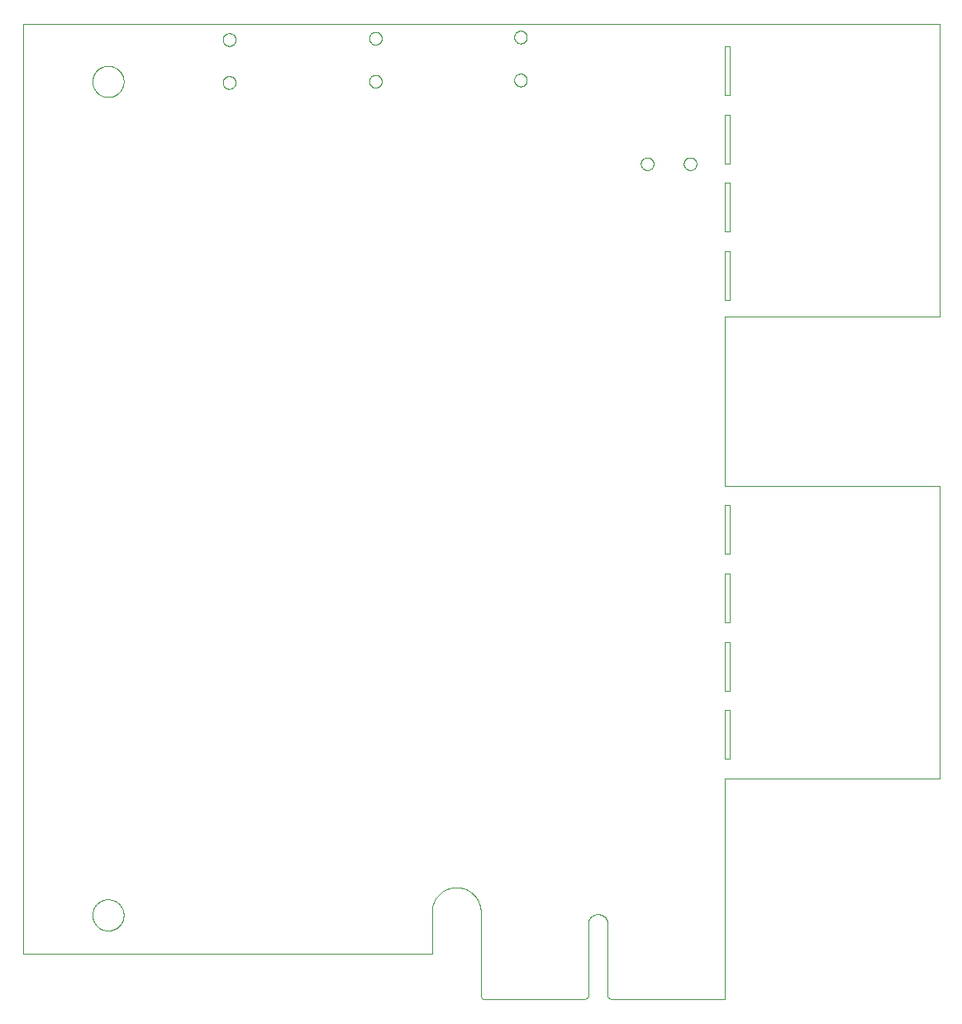
<source format=gbp>
G04 EAGLE Gerber RS-274X export*
G75*
%MOMM*%
%FSLAX34Y34*%
%LPD*%
%INSolder paste bottom*%
%IPPOS*%
%AMOC8*
5,1,8,0,0,1.08239X$1,22.5*%
G01*
%ADD10C,0.000000*%
%ADD11C,0.000003*%


D10*
X-317900Y87150D02*
X-317895Y87543D01*
X-317881Y87935D01*
X-317857Y88327D01*
X-317823Y88718D01*
X-317780Y89109D01*
X-317727Y89498D01*
X-317664Y89885D01*
X-317593Y90271D01*
X-317511Y90656D01*
X-317421Y91038D01*
X-317320Y91417D01*
X-317211Y91795D01*
X-317092Y92169D01*
X-316965Y92540D01*
X-316828Y92908D01*
X-316682Y93273D01*
X-316527Y93634D01*
X-316364Y93991D01*
X-316192Y94344D01*
X-316011Y94692D01*
X-315821Y95036D01*
X-315624Y95376D01*
X-315418Y95710D01*
X-315204Y96039D01*
X-314981Y96363D01*
X-314751Y96681D01*
X-314514Y96994D01*
X-314268Y97300D01*
X-314015Y97601D01*
X-313755Y97895D01*
X-313488Y98183D01*
X-313214Y98464D01*
X-312933Y98738D01*
X-312645Y99005D01*
X-312351Y99265D01*
X-312050Y99518D01*
X-311744Y99764D01*
X-311431Y100001D01*
X-311113Y100231D01*
X-310789Y100454D01*
X-310460Y100668D01*
X-310126Y100874D01*
X-309786Y101071D01*
X-309442Y101261D01*
X-309094Y101442D01*
X-308741Y101614D01*
X-308384Y101777D01*
X-308023Y101932D01*
X-307658Y102078D01*
X-307290Y102215D01*
X-306919Y102342D01*
X-306545Y102461D01*
X-306167Y102570D01*
X-305788Y102671D01*
X-305406Y102761D01*
X-305021Y102843D01*
X-304635Y102914D01*
X-304248Y102977D01*
X-303859Y103030D01*
X-303468Y103073D01*
X-303077Y103107D01*
X-302685Y103131D01*
X-302293Y103145D01*
X-301900Y103150D01*
X-301507Y103145D01*
X-301115Y103131D01*
X-300723Y103107D01*
X-300332Y103073D01*
X-299941Y103030D01*
X-299552Y102977D01*
X-299165Y102914D01*
X-298779Y102843D01*
X-298394Y102761D01*
X-298012Y102671D01*
X-297633Y102570D01*
X-297255Y102461D01*
X-296881Y102342D01*
X-296510Y102215D01*
X-296142Y102078D01*
X-295777Y101932D01*
X-295416Y101777D01*
X-295059Y101614D01*
X-294706Y101442D01*
X-294358Y101261D01*
X-294014Y101071D01*
X-293674Y100874D01*
X-293340Y100668D01*
X-293011Y100454D01*
X-292687Y100231D01*
X-292369Y100001D01*
X-292056Y99764D01*
X-291750Y99518D01*
X-291449Y99265D01*
X-291155Y99005D01*
X-290867Y98738D01*
X-290586Y98464D01*
X-290312Y98183D01*
X-290045Y97895D01*
X-289785Y97601D01*
X-289532Y97300D01*
X-289286Y96994D01*
X-289049Y96681D01*
X-288819Y96363D01*
X-288596Y96039D01*
X-288382Y95710D01*
X-288176Y95376D01*
X-287979Y95036D01*
X-287789Y94692D01*
X-287608Y94344D01*
X-287436Y93991D01*
X-287273Y93634D01*
X-287118Y93273D01*
X-286972Y92908D01*
X-286835Y92540D01*
X-286708Y92169D01*
X-286589Y91795D01*
X-286480Y91417D01*
X-286379Y91038D01*
X-286289Y90656D01*
X-286207Y90271D01*
X-286136Y89885D01*
X-286073Y89498D01*
X-286020Y89109D01*
X-285977Y88718D01*
X-285943Y88327D01*
X-285919Y87935D01*
X-285905Y87543D01*
X-285900Y87150D01*
X-285905Y86757D01*
X-285919Y86365D01*
X-285943Y85973D01*
X-285977Y85582D01*
X-286020Y85191D01*
X-286073Y84802D01*
X-286136Y84415D01*
X-286207Y84029D01*
X-286289Y83644D01*
X-286379Y83262D01*
X-286480Y82883D01*
X-286589Y82505D01*
X-286708Y82131D01*
X-286835Y81760D01*
X-286972Y81392D01*
X-287118Y81027D01*
X-287273Y80666D01*
X-287436Y80309D01*
X-287608Y79956D01*
X-287789Y79608D01*
X-287979Y79264D01*
X-288176Y78924D01*
X-288382Y78590D01*
X-288596Y78261D01*
X-288819Y77937D01*
X-289049Y77619D01*
X-289286Y77306D01*
X-289532Y77000D01*
X-289785Y76699D01*
X-290045Y76405D01*
X-290312Y76117D01*
X-290586Y75836D01*
X-290867Y75562D01*
X-291155Y75295D01*
X-291449Y75035D01*
X-291750Y74782D01*
X-292056Y74536D01*
X-292369Y74299D01*
X-292687Y74069D01*
X-293011Y73846D01*
X-293340Y73632D01*
X-293674Y73426D01*
X-294014Y73229D01*
X-294358Y73039D01*
X-294706Y72858D01*
X-295059Y72686D01*
X-295416Y72523D01*
X-295777Y72368D01*
X-296142Y72222D01*
X-296510Y72085D01*
X-296881Y71958D01*
X-297255Y71839D01*
X-297633Y71730D01*
X-298012Y71629D01*
X-298394Y71539D01*
X-298779Y71457D01*
X-299165Y71386D01*
X-299552Y71323D01*
X-299941Y71270D01*
X-300332Y71227D01*
X-300723Y71193D01*
X-301115Y71169D01*
X-301507Y71155D01*
X-301900Y71150D01*
X-302293Y71155D01*
X-302685Y71169D01*
X-303077Y71193D01*
X-303468Y71227D01*
X-303859Y71270D01*
X-304248Y71323D01*
X-304635Y71386D01*
X-305021Y71457D01*
X-305406Y71539D01*
X-305788Y71629D01*
X-306167Y71730D01*
X-306545Y71839D01*
X-306919Y71958D01*
X-307290Y72085D01*
X-307658Y72222D01*
X-308023Y72368D01*
X-308384Y72523D01*
X-308741Y72686D01*
X-309094Y72858D01*
X-309442Y73039D01*
X-309786Y73229D01*
X-310126Y73426D01*
X-310460Y73632D01*
X-310789Y73846D01*
X-311113Y74069D01*
X-311431Y74299D01*
X-311744Y74536D01*
X-312050Y74782D01*
X-312351Y75035D01*
X-312645Y75295D01*
X-312933Y75562D01*
X-313214Y75836D01*
X-313488Y76117D01*
X-313755Y76405D01*
X-314015Y76699D01*
X-314268Y77000D01*
X-314514Y77306D01*
X-314751Y77619D01*
X-314981Y77937D01*
X-315204Y78261D01*
X-315418Y78590D01*
X-315624Y78924D01*
X-315821Y79264D01*
X-316011Y79608D01*
X-316192Y79956D01*
X-316364Y80309D01*
X-316527Y80666D01*
X-316682Y81027D01*
X-316828Y81392D01*
X-316965Y81760D01*
X-317092Y82131D01*
X-317211Y82505D01*
X-317320Y82883D01*
X-317421Y83262D01*
X-317511Y83644D01*
X-317593Y84029D01*
X-317664Y84415D01*
X-317727Y84802D01*
X-317780Y85191D01*
X-317823Y85582D01*
X-317857Y85973D01*
X-317881Y86365D01*
X-317895Y86757D01*
X-317900Y87150D01*
X-317900Y941050D02*
X-317895Y941443D01*
X-317881Y941835D01*
X-317857Y942227D01*
X-317823Y942618D01*
X-317780Y943009D01*
X-317727Y943398D01*
X-317664Y943785D01*
X-317593Y944171D01*
X-317511Y944556D01*
X-317421Y944938D01*
X-317320Y945317D01*
X-317211Y945695D01*
X-317092Y946069D01*
X-316965Y946440D01*
X-316828Y946808D01*
X-316682Y947173D01*
X-316527Y947534D01*
X-316364Y947891D01*
X-316192Y948244D01*
X-316011Y948592D01*
X-315821Y948936D01*
X-315624Y949276D01*
X-315418Y949610D01*
X-315204Y949939D01*
X-314981Y950263D01*
X-314751Y950581D01*
X-314514Y950894D01*
X-314268Y951200D01*
X-314015Y951501D01*
X-313755Y951795D01*
X-313488Y952083D01*
X-313214Y952364D01*
X-312933Y952638D01*
X-312645Y952905D01*
X-312351Y953165D01*
X-312050Y953418D01*
X-311744Y953664D01*
X-311431Y953901D01*
X-311113Y954131D01*
X-310789Y954354D01*
X-310460Y954568D01*
X-310126Y954774D01*
X-309786Y954971D01*
X-309442Y955161D01*
X-309094Y955342D01*
X-308741Y955514D01*
X-308384Y955677D01*
X-308023Y955832D01*
X-307658Y955978D01*
X-307290Y956115D01*
X-306919Y956242D01*
X-306545Y956361D01*
X-306167Y956470D01*
X-305788Y956571D01*
X-305406Y956661D01*
X-305021Y956743D01*
X-304635Y956814D01*
X-304248Y956877D01*
X-303859Y956930D01*
X-303468Y956973D01*
X-303077Y957007D01*
X-302685Y957031D01*
X-302293Y957045D01*
X-301900Y957050D01*
X-301507Y957045D01*
X-301115Y957031D01*
X-300723Y957007D01*
X-300332Y956973D01*
X-299941Y956930D01*
X-299552Y956877D01*
X-299165Y956814D01*
X-298779Y956743D01*
X-298394Y956661D01*
X-298012Y956571D01*
X-297633Y956470D01*
X-297255Y956361D01*
X-296881Y956242D01*
X-296510Y956115D01*
X-296142Y955978D01*
X-295777Y955832D01*
X-295416Y955677D01*
X-295059Y955514D01*
X-294706Y955342D01*
X-294358Y955161D01*
X-294014Y954971D01*
X-293674Y954774D01*
X-293340Y954568D01*
X-293011Y954354D01*
X-292687Y954131D01*
X-292369Y953901D01*
X-292056Y953664D01*
X-291750Y953418D01*
X-291449Y953165D01*
X-291155Y952905D01*
X-290867Y952638D01*
X-290586Y952364D01*
X-290312Y952083D01*
X-290045Y951795D01*
X-289785Y951501D01*
X-289532Y951200D01*
X-289286Y950894D01*
X-289049Y950581D01*
X-288819Y950263D01*
X-288596Y949939D01*
X-288382Y949610D01*
X-288176Y949276D01*
X-287979Y948936D01*
X-287789Y948592D01*
X-287608Y948244D01*
X-287436Y947891D01*
X-287273Y947534D01*
X-287118Y947173D01*
X-286972Y946808D01*
X-286835Y946440D01*
X-286708Y946069D01*
X-286589Y945695D01*
X-286480Y945317D01*
X-286379Y944938D01*
X-286289Y944556D01*
X-286207Y944171D01*
X-286136Y943785D01*
X-286073Y943398D01*
X-286020Y943009D01*
X-285977Y942618D01*
X-285943Y942227D01*
X-285919Y941835D01*
X-285905Y941443D01*
X-285900Y941050D01*
X-285905Y940657D01*
X-285919Y940265D01*
X-285943Y939873D01*
X-285977Y939482D01*
X-286020Y939091D01*
X-286073Y938702D01*
X-286136Y938315D01*
X-286207Y937929D01*
X-286289Y937544D01*
X-286379Y937162D01*
X-286480Y936783D01*
X-286589Y936405D01*
X-286708Y936031D01*
X-286835Y935660D01*
X-286972Y935292D01*
X-287118Y934927D01*
X-287273Y934566D01*
X-287436Y934209D01*
X-287608Y933856D01*
X-287789Y933508D01*
X-287979Y933164D01*
X-288176Y932824D01*
X-288382Y932490D01*
X-288596Y932161D01*
X-288819Y931837D01*
X-289049Y931519D01*
X-289286Y931206D01*
X-289532Y930900D01*
X-289785Y930599D01*
X-290045Y930305D01*
X-290312Y930017D01*
X-290586Y929736D01*
X-290867Y929462D01*
X-291155Y929195D01*
X-291449Y928935D01*
X-291750Y928682D01*
X-292056Y928436D01*
X-292369Y928199D01*
X-292687Y927969D01*
X-293011Y927746D01*
X-293340Y927532D01*
X-293674Y927326D01*
X-294014Y927129D01*
X-294358Y926939D01*
X-294706Y926758D01*
X-295059Y926586D01*
X-295416Y926423D01*
X-295777Y926268D01*
X-296142Y926122D01*
X-296510Y925985D01*
X-296881Y925858D01*
X-297255Y925739D01*
X-297633Y925630D01*
X-298012Y925529D01*
X-298394Y925439D01*
X-298779Y925357D01*
X-299165Y925286D01*
X-299552Y925223D01*
X-299941Y925170D01*
X-300332Y925127D01*
X-300723Y925093D01*
X-301115Y925069D01*
X-301507Y925055D01*
X-301900Y925050D01*
X-302293Y925055D01*
X-302685Y925069D01*
X-303077Y925093D01*
X-303468Y925127D01*
X-303859Y925170D01*
X-304248Y925223D01*
X-304635Y925286D01*
X-305021Y925357D01*
X-305406Y925439D01*
X-305788Y925529D01*
X-306167Y925630D01*
X-306545Y925739D01*
X-306919Y925858D01*
X-307290Y925985D01*
X-307658Y926122D01*
X-308023Y926268D01*
X-308384Y926423D01*
X-308741Y926586D01*
X-309094Y926758D01*
X-309442Y926939D01*
X-309786Y927129D01*
X-310126Y927326D01*
X-310460Y927532D01*
X-310789Y927746D01*
X-311113Y927969D01*
X-311431Y928199D01*
X-311744Y928436D01*
X-312050Y928682D01*
X-312351Y928935D01*
X-312645Y929195D01*
X-312933Y929462D01*
X-313214Y929736D01*
X-313488Y930017D01*
X-313755Y930305D01*
X-314015Y930599D01*
X-314268Y930900D01*
X-314514Y931206D01*
X-314751Y931519D01*
X-314981Y931837D01*
X-315204Y932161D01*
X-315418Y932490D01*
X-315624Y932824D01*
X-315821Y933164D01*
X-316011Y933508D01*
X-316192Y933856D01*
X-316364Y934209D01*
X-316527Y934566D01*
X-316682Y934927D01*
X-316828Y935292D01*
X-316965Y935660D01*
X-317092Y936031D01*
X-317211Y936405D01*
X-317320Y936783D01*
X-317421Y937162D01*
X-317511Y937544D01*
X-317593Y937929D01*
X-317664Y938315D01*
X-317727Y938702D01*
X-317780Y939091D01*
X-317823Y939482D01*
X-317857Y939873D01*
X-317881Y940265D01*
X-317895Y940657D01*
X-317900Y941050D01*
D11*
X79900Y90500D02*
X79900Y3500D01*
X81900Y500D01*
X186900Y500D01*
X209900Y3500D02*
X209900Y78000D01*
X189900Y3500D02*
X186900Y500D01*
X209900Y3500D02*
X212900Y500D01*
X330000Y500D01*
X209900Y78000D02*
X209897Y78244D01*
X209888Y78487D01*
X209873Y78730D01*
X209853Y78973D01*
X209826Y79215D01*
X209793Y79456D01*
X209755Y79696D01*
X209711Y79936D01*
X209661Y80174D01*
X209605Y80411D01*
X209543Y80647D01*
X209476Y80881D01*
X209403Y81113D01*
X209324Y81344D01*
X209240Y81572D01*
X209150Y81799D01*
X209055Y82023D01*
X208954Y82245D01*
X208848Y82464D01*
X208737Y82680D01*
X208620Y82894D01*
X208499Y83105D01*
X208372Y83313D01*
X208240Y83518D01*
X208103Y83719D01*
X207961Y83917D01*
X207815Y84112D01*
X207664Y84303D01*
X207508Y84490D01*
X207348Y84673D01*
X207183Y84853D01*
X207014Y85028D01*
X206841Y85199D01*
X206663Y85366D01*
X206482Y85528D01*
X206297Y85686D01*
X206108Y85840D01*
X205915Y85989D01*
X205719Y86133D01*
X205519Y86272D01*
X205316Y86407D01*
X205109Y86536D01*
X204900Y86660D01*
X204688Y86779D01*
X204472Y86893D01*
X204255Y87002D01*
X204034Y87105D01*
X203811Y87203D01*
X203586Y87296D01*
X203358Y87383D01*
X203129Y87464D01*
X202897Y87540D01*
X202664Y87610D01*
X202429Y87675D01*
X202193Y87734D01*
X201955Y87787D01*
X201716Y87834D01*
X201476Y87875D01*
X201235Y87910D01*
X200994Y87940D01*
X200751Y87964D01*
X200508Y87981D01*
X200265Y87993D01*
X200022Y87999D01*
X199778Y87999D01*
X199535Y87993D01*
X199292Y87981D01*
X199049Y87964D01*
X198806Y87940D01*
X198565Y87910D01*
X198324Y87875D01*
X198084Y87834D01*
X197845Y87787D01*
X197607Y87734D01*
X197371Y87675D01*
X197136Y87610D01*
X196903Y87540D01*
X196671Y87464D01*
X196442Y87383D01*
X196214Y87296D01*
X195989Y87203D01*
X195766Y87105D01*
X195545Y87002D01*
X195328Y86893D01*
X195112Y86779D01*
X194900Y86660D01*
X194691Y86536D01*
X194484Y86407D01*
X194281Y86272D01*
X194081Y86133D01*
X193885Y85989D01*
X193692Y85840D01*
X193503Y85686D01*
X193318Y85528D01*
X193137Y85366D01*
X192959Y85199D01*
X192786Y85028D01*
X192617Y84853D01*
X192452Y84673D01*
X192292Y84490D01*
X192136Y84303D01*
X191985Y84112D01*
X191839Y83917D01*
X191697Y83719D01*
X191560Y83518D01*
X191428Y83313D01*
X191301Y83105D01*
X191180Y82894D01*
X191063Y82680D01*
X190952Y82464D01*
X190846Y82245D01*
X190745Y82023D01*
X190650Y81799D01*
X190560Y81572D01*
X190476Y81344D01*
X190397Y81113D01*
X190324Y80881D01*
X190257Y80647D01*
X190195Y80411D01*
X190139Y80174D01*
X190089Y79936D01*
X190045Y79696D01*
X190007Y79456D01*
X189974Y79215D01*
X189947Y78973D01*
X189927Y78730D01*
X189912Y78487D01*
X189903Y78244D01*
X189900Y78000D01*
X54900Y115500D02*
X54296Y115493D01*
X53692Y115471D01*
X53089Y115434D01*
X52487Y115383D01*
X51887Y115318D01*
X51288Y115238D01*
X50691Y115143D01*
X50097Y115034D01*
X49505Y114911D01*
X48917Y114774D01*
X48332Y114622D01*
X47751Y114456D01*
X47175Y114276D01*
X46602Y114083D01*
X46035Y113875D01*
X45473Y113654D01*
X44916Y113420D01*
X44365Y113172D01*
X43820Y112911D01*
X43282Y112636D01*
X42750Y112349D01*
X42226Y112049D01*
X41709Y111737D01*
X41200Y111412D01*
X40698Y111075D01*
X40205Y110725D01*
X39721Y110364D01*
X39245Y109992D01*
X38779Y109608D01*
X38322Y109213D01*
X37875Y108807D01*
X37437Y108390D01*
X37010Y107963D01*
X36593Y107525D01*
X36187Y107078D01*
X35792Y106621D01*
X35408Y106155D01*
X35036Y105679D01*
X34675Y105195D01*
X34325Y104702D01*
X33988Y104200D01*
X33663Y103691D01*
X33351Y103174D01*
X33051Y102650D01*
X32764Y102118D01*
X32489Y101580D01*
X32228Y101035D01*
X31980Y100484D01*
X31746Y99927D01*
X31525Y99365D01*
X31317Y98798D01*
X31124Y98225D01*
X30944Y97649D01*
X30778Y97068D01*
X30626Y96483D01*
X30489Y95895D01*
X30366Y95303D01*
X30257Y94709D01*
X30162Y94112D01*
X30082Y93513D01*
X30017Y92913D01*
X29966Y92311D01*
X29929Y91708D01*
X29907Y91104D01*
X29900Y90500D01*
X54900Y115500D02*
X55504Y115493D01*
X56108Y115471D01*
X56711Y115434D01*
X57313Y115383D01*
X57913Y115318D01*
X58512Y115238D01*
X59109Y115143D01*
X59703Y115034D01*
X60295Y114911D01*
X60883Y114774D01*
X61468Y114622D01*
X62049Y114456D01*
X62625Y114276D01*
X63198Y114083D01*
X63765Y113875D01*
X64327Y113654D01*
X64884Y113420D01*
X65435Y113172D01*
X65980Y112911D01*
X66518Y112636D01*
X67050Y112349D01*
X67574Y112049D01*
X68091Y111737D01*
X68600Y111412D01*
X69102Y111075D01*
X69595Y110725D01*
X70079Y110364D01*
X70555Y109992D01*
X71021Y109608D01*
X71478Y109213D01*
X71925Y108807D01*
X72363Y108390D01*
X72790Y107963D01*
X73207Y107525D01*
X73613Y107078D01*
X74008Y106621D01*
X74392Y106155D01*
X74764Y105679D01*
X75125Y105195D01*
X75475Y104702D01*
X75812Y104200D01*
X76137Y103691D01*
X76449Y103174D01*
X76749Y102650D01*
X77036Y102118D01*
X77311Y101580D01*
X77572Y101035D01*
X77820Y100484D01*
X78054Y99927D01*
X78275Y99365D01*
X78483Y98798D01*
X78676Y98225D01*
X78856Y97649D01*
X79022Y97068D01*
X79174Y96483D01*
X79311Y95895D01*
X79434Y95303D01*
X79543Y94709D01*
X79638Y94112D01*
X79718Y93513D01*
X79783Y92913D01*
X79834Y92311D01*
X79871Y91708D01*
X79893Y91104D01*
X79900Y90500D01*
X29900Y90500D02*
X29900Y47500D01*
X-389090Y47500D02*
X-389090Y1000030D01*
X330000Y1000030D01*
X189900Y78000D02*
X189900Y3500D01*
X-389090Y47498D02*
X-389090Y47500D01*
X29900Y47500D01*
D10*
X330000Y700000D02*
X550000Y700000D01*
X550000Y1000030D01*
X330000Y1000030D01*
X330000Y227050D02*
X550000Y227050D01*
X550000Y527050D01*
X330000Y527050D01*
X330000Y227050D02*
X330000Y500D01*
X330000Y527050D02*
X330000Y700000D01*
X335000Y297050D02*
X335000Y247050D01*
X330000Y247050D01*
X330000Y297050D02*
X335000Y297050D01*
X330000Y297050D02*
X330000Y247050D01*
X335000Y317050D02*
X335000Y367050D01*
X335000Y317050D02*
X330000Y317050D01*
X330000Y367050D02*
X335000Y367050D01*
X330000Y367050D02*
X330000Y317050D01*
X335000Y387050D02*
X335000Y437050D01*
X335000Y387050D02*
X330000Y387050D01*
X330000Y437050D02*
X335000Y437050D01*
X330000Y437050D02*
X330000Y387050D01*
X335000Y457050D02*
X335000Y507050D01*
X335000Y457050D02*
X330000Y457050D01*
X330000Y507050D02*
X335000Y507050D01*
X330000Y507050D02*
X330000Y457050D01*
X335000Y717050D02*
X335000Y767050D01*
X335000Y717050D02*
X330000Y717050D01*
X330000Y767050D02*
X335000Y767050D01*
X330000Y767050D02*
X330000Y717050D01*
X335000Y787050D02*
X335000Y837050D01*
X335000Y787050D02*
X330000Y787050D01*
X330000Y837050D02*
X335000Y837050D01*
X330000Y837050D02*
X330000Y787050D01*
X335000Y857050D02*
X335000Y907050D01*
X335000Y857050D02*
X330000Y857050D01*
X330000Y907050D02*
X335000Y907050D01*
X330000Y907050D02*
X330000Y857050D01*
X335000Y927050D02*
X335000Y977050D01*
X335000Y927050D02*
X330000Y927050D01*
X330000Y977050D02*
X335000Y977050D01*
X330000Y977050D02*
X330000Y927050D01*
X-184300Y983940D02*
X-184298Y984101D01*
X-184292Y984261D01*
X-184282Y984422D01*
X-184268Y984582D01*
X-184250Y984742D01*
X-184229Y984901D01*
X-184203Y985060D01*
X-184173Y985218D01*
X-184140Y985375D01*
X-184102Y985532D01*
X-184061Y985687D01*
X-184016Y985841D01*
X-183967Y985994D01*
X-183914Y986146D01*
X-183858Y986297D01*
X-183797Y986446D01*
X-183734Y986594D01*
X-183666Y986740D01*
X-183595Y986884D01*
X-183521Y987026D01*
X-183443Y987167D01*
X-183361Y987305D01*
X-183276Y987442D01*
X-183188Y987576D01*
X-183096Y987708D01*
X-183001Y987838D01*
X-182903Y987966D01*
X-182802Y988091D01*
X-182698Y988213D01*
X-182591Y988333D01*
X-182481Y988450D01*
X-182368Y988565D01*
X-182252Y988676D01*
X-182133Y988785D01*
X-182012Y988890D01*
X-181888Y988993D01*
X-181762Y989093D01*
X-181634Y989189D01*
X-181503Y989282D01*
X-181369Y989372D01*
X-181234Y989459D01*
X-181096Y989542D01*
X-180957Y989622D01*
X-180815Y989698D01*
X-180672Y989771D01*
X-180527Y989840D01*
X-180380Y989906D01*
X-180232Y989968D01*
X-180082Y990026D01*
X-179931Y990081D01*
X-179778Y990132D01*
X-179624Y990179D01*
X-179469Y990222D01*
X-179313Y990261D01*
X-179157Y990297D01*
X-178999Y990328D01*
X-178841Y990356D01*
X-178682Y990380D01*
X-178522Y990400D01*
X-178362Y990416D01*
X-178202Y990428D01*
X-178041Y990436D01*
X-177880Y990440D01*
X-177720Y990440D01*
X-177559Y990436D01*
X-177398Y990428D01*
X-177238Y990416D01*
X-177078Y990400D01*
X-176918Y990380D01*
X-176759Y990356D01*
X-176601Y990328D01*
X-176443Y990297D01*
X-176287Y990261D01*
X-176131Y990222D01*
X-175976Y990179D01*
X-175822Y990132D01*
X-175669Y990081D01*
X-175518Y990026D01*
X-175368Y989968D01*
X-175220Y989906D01*
X-175073Y989840D01*
X-174928Y989771D01*
X-174785Y989698D01*
X-174643Y989622D01*
X-174504Y989542D01*
X-174366Y989459D01*
X-174231Y989372D01*
X-174097Y989282D01*
X-173966Y989189D01*
X-173838Y989093D01*
X-173712Y988993D01*
X-173588Y988890D01*
X-173467Y988785D01*
X-173348Y988676D01*
X-173232Y988565D01*
X-173119Y988450D01*
X-173009Y988333D01*
X-172902Y988213D01*
X-172798Y988091D01*
X-172697Y987966D01*
X-172599Y987838D01*
X-172504Y987708D01*
X-172412Y987576D01*
X-172324Y987442D01*
X-172239Y987305D01*
X-172157Y987167D01*
X-172079Y987026D01*
X-172005Y986884D01*
X-171934Y986740D01*
X-171866Y986594D01*
X-171803Y986446D01*
X-171742Y986297D01*
X-171686Y986146D01*
X-171633Y985994D01*
X-171584Y985841D01*
X-171539Y985687D01*
X-171498Y985532D01*
X-171460Y985375D01*
X-171427Y985218D01*
X-171397Y985060D01*
X-171371Y984901D01*
X-171350Y984742D01*
X-171332Y984582D01*
X-171318Y984422D01*
X-171308Y984261D01*
X-171302Y984101D01*
X-171300Y983940D01*
X-171302Y983779D01*
X-171308Y983619D01*
X-171318Y983458D01*
X-171332Y983298D01*
X-171350Y983138D01*
X-171371Y982979D01*
X-171397Y982820D01*
X-171427Y982662D01*
X-171460Y982505D01*
X-171498Y982348D01*
X-171539Y982193D01*
X-171584Y982039D01*
X-171633Y981886D01*
X-171686Y981734D01*
X-171742Y981583D01*
X-171803Y981434D01*
X-171866Y981286D01*
X-171934Y981140D01*
X-172005Y980996D01*
X-172079Y980854D01*
X-172157Y980713D01*
X-172239Y980575D01*
X-172324Y980438D01*
X-172412Y980304D01*
X-172504Y980172D01*
X-172599Y980042D01*
X-172697Y979914D01*
X-172798Y979789D01*
X-172902Y979667D01*
X-173009Y979547D01*
X-173119Y979430D01*
X-173232Y979315D01*
X-173348Y979204D01*
X-173467Y979095D01*
X-173588Y978990D01*
X-173712Y978887D01*
X-173838Y978787D01*
X-173966Y978691D01*
X-174097Y978598D01*
X-174231Y978508D01*
X-174366Y978421D01*
X-174504Y978338D01*
X-174643Y978258D01*
X-174785Y978182D01*
X-174928Y978109D01*
X-175073Y978040D01*
X-175220Y977974D01*
X-175368Y977912D01*
X-175518Y977854D01*
X-175669Y977799D01*
X-175822Y977748D01*
X-175976Y977701D01*
X-176131Y977658D01*
X-176287Y977619D01*
X-176443Y977583D01*
X-176601Y977552D01*
X-176759Y977524D01*
X-176918Y977500D01*
X-177078Y977480D01*
X-177238Y977464D01*
X-177398Y977452D01*
X-177559Y977444D01*
X-177720Y977440D01*
X-177880Y977440D01*
X-178041Y977444D01*
X-178202Y977452D01*
X-178362Y977464D01*
X-178522Y977480D01*
X-178682Y977500D01*
X-178841Y977524D01*
X-178999Y977552D01*
X-179157Y977583D01*
X-179313Y977619D01*
X-179469Y977658D01*
X-179624Y977701D01*
X-179778Y977748D01*
X-179931Y977799D01*
X-180082Y977854D01*
X-180232Y977912D01*
X-180380Y977974D01*
X-180527Y978040D01*
X-180672Y978109D01*
X-180815Y978182D01*
X-180957Y978258D01*
X-181096Y978338D01*
X-181234Y978421D01*
X-181369Y978508D01*
X-181503Y978598D01*
X-181634Y978691D01*
X-181762Y978787D01*
X-181888Y978887D01*
X-182012Y978990D01*
X-182133Y979095D01*
X-182252Y979204D01*
X-182368Y979315D01*
X-182481Y979430D01*
X-182591Y979547D01*
X-182698Y979667D01*
X-182802Y979789D01*
X-182903Y979914D01*
X-183001Y980042D01*
X-183096Y980172D01*
X-183188Y980304D01*
X-183276Y980438D01*
X-183361Y980575D01*
X-183443Y980713D01*
X-183521Y980854D01*
X-183595Y980996D01*
X-183666Y981140D01*
X-183734Y981286D01*
X-183797Y981434D01*
X-183858Y981583D01*
X-183914Y981734D01*
X-183967Y981886D01*
X-184016Y982039D01*
X-184061Y982193D01*
X-184102Y982348D01*
X-184140Y982505D01*
X-184173Y982662D01*
X-184203Y982820D01*
X-184229Y982979D01*
X-184250Y983138D01*
X-184268Y983298D01*
X-184282Y983458D01*
X-184292Y983619D01*
X-184298Y983779D01*
X-184300Y983940D01*
X-184300Y939940D02*
X-184298Y940101D01*
X-184292Y940261D01*
X-184282Y940422D01*
X-184268Y940582D01*
X-184250Y940742D01*
X-184229Y940901D01*
X-184203Y941060D01*
X-184173Y941218D01*
X-184140Y941375D01*
X-184102Y941532D01*
X-184061Y941687D01*
X-184016Y941841D01*
X-183967Y941994D01*
X-183914Y942146D01*
X-183858Y942297D01*
X-183797Y942446D01*
X-183734Y942594D01*
X-183666Y942740D01*
X-183595Y942884D01*
X-183521Y943026D01*
X-183443Y943167D01*
X-183361Y943305D01*
X-183276Y943442D01*
X-183188Y943576D01*
X-183096Y943708D01*
X-183001Y943838D01*
X-182903Y943966D01*
X-182802Y944091D01*
X-182698Y944213D01*
X-182591Y944333D01*
X-182481Y944450D01*
X-182368Y944565D01*
X-182252Y944676D01*
X-182133Y944785D01*
X-182012Y944890D01*
X-181888Y944993D01*
X-181762Y945093D01*
X-181634Y945189D01*
X-181503Y945282D01*
X-181369Y945372D01*
X-181234Y945459D01*
X-181096Y945542D01*
X-180957Y945622D01*
X-180815Y945698D01*
X-180672Y945771D01*
X-180527Y945840D01*
X-180380Y945906D01*
X-180232Y945968D01*
X-180082Y946026D01*
X-179931Y946081D01*
X-179778Y946132D01*
X-179624Y946179D01*
X-179469Y946222D01*
X-179313Y946261D01*
X-179157Y946297D01*
X-178999Y946328D01*
X-178841Y946356D01*
X-178682Y946380D01*
X-178522Y946400D01*
X-178362Y946416D01*
X-178202Y946428D01*
X-178041Y946436D01*
X-177880Y946440D01*
X-177720Y946440D01*
X-177559Y946436D01*
X-177398Y946428D01*
X-177238Y946416D01*
X-177078Y946400D01*
X-176918Y946380D01*
X-176759Y946356D01*
X-176601Y946328D01*
X-176443Y946297D01*
X-176287Y946261D01*
X-176131Y946222D01*
X-175976Y946179D01*
X-175822Y946132D01*
X-175669Y946081D01*
X-175518Y946026D01*
X-175368Y945968D01*
X-175220Y945906D01*
X-175073Y945840D01*
X-174928Y945771D01*
X-174785Y945698D01*
X-174643Y945622D01*
X-174504Y945542D01*
X-174366Y945459D01*
X-174231Y945372D01*
X-174097Y945282D01*
X-173966Y945189D01*
X-173838Y945093D01*
X-173712Y944993D01*
X-173588Y944890D01*
X-173467Y944785D01*
X-173348Y944676D01*
X-173232Y944565D01*
X-173119Y944450D01*
X-173009Y944333D01*
X-172902Y944213D01*
X-172798Y944091D01*
X-172697Y943966D01*
X-172599Y943838D01*
X-172504Y943708D01*
X-172412Y943576D01*
X-172324Y943442D01*
X-172239Y943305D01*
X-172157Y943167D01*
X-172079Y943026D01*
X-172005Y942884D01*
X-171934Y942740D01*
X-171866Y942594D01*
X-171803Y942446D01*
X-171742Y942297D01*
X-171686Y942146D01*
X-171633Y941994D01*
X-171584Y941841D01*
X-171539Y941687D01*
X-171498Y941532D01*
X-171460Y941375D01*
X-171427Y941218D01*
X-171397Y941060D01*
X-171371Y940901D01*
X-171350Y940742D01*
X-171332Y940582D01*
X-171318Y940422D01*
X-171308Y940261D01*
X-171302Y940101D01*
X-171300Y939940D01*
X-171302Y939779D01*
X-171308Y939619D01*
X-171318Y939458D01*
X-171332Y939298D01*
X-171350Y939138D01*
X-171371Y938979D01*
X-171397Y938820D01*
X-171427Y938662D01*
X-171460Y938505D01*
X-171498Y938348D01*
X-171539Y938193D01*
X-171584Y938039D01*
X-171633Y937886D01*
X-171686Y937734D01*
X-171742Y937583D01*
X-171803Y937434D01*
X-171866Y937286D01*
X-171934Y937140D01*
X-172005Y936996D01*
X-172079Y936854D01*
X-172157Y936713D01*
X-172239Y936575D01*
X-172324Y936438D01*
X-172412Y936304D01*
X-172504Y936172D01*
X-172599Y936042D01*
X-172697Y935914D01*
X-172798Y935789D01*
X-172902Y935667D01*
X-173009Y935547D01*
X-173119Y935430D01*
X-173232Y935315D01*
X-173348Y935204D01*
X-173467Y935095D01*
X-173588Y934990D01*
X-173712Y934887D01*
X-173838Y934787D01*
X-173966Y934691D01*
X-174097Y934598D01*
X-174231Y934508D01*
X-174366Y934421D01*
X-174504Y934338D01*
X-174643Y934258D01*
X-174785Y934182D01*
X-174928Y934109D01*
X-175073Y934040D01*
X-175220Y933974D01*
X-175368Y933912D01*
X-175518Y933854D01*
X-175669Y933799D01*
X-175822Y933748D01*
X-175976Y933701D01*
X-176131Y933658D01*
X-176287Y933619D01*
X-176443Y933583D01*
X-176601Y933552D01*
X-176759Y933524D01*
X-176918Y933500D01*
X-177078Y933480D01*
X-177238Y933464D01*
X-177398Y933452D01*
X-177559Y933444D01*
X-177720Y933440D01*
X-177880Y933440D01*
X-178041Y933444D01*
X-178202Y933452D01*
X-178362Y933464D01*
X-178522Y933480D01*
X-178682Y933500D01*
X-178841Y933524D01*
X-178999Y933552D01*
X-179157Y933583D01*
X-179313Y933619D01*
X-179469Y933658D01*
X-179624Y933701D01*
X-179778Y933748D01*
X-179931Y933799D01*
X-180082Y933854D01*
X-180232Y933912D01*
X-180380Y933974D01*
X-180527Y934040D01*
X-180672Y934109D01*
X-180815Y934182D01*
X-180957Y934258D01*
X-181096Y934338D01*
X-181234Y934421D01*
X-181369Y934508D01*
X-181503Y934598D01*
X-181634Y934691D01*
X-181762Y934787D01*
X-181888Y934887D01*
X-182012Y934990D01*
X-182133Y935095D01*
X-182252Y935204D01*
X-182368Y935315D01*
X-182481Y935430D01*
X-182591Y935547D01*
X-182698Y935667D01*
X-182802Y935789D01*
X-182903Y935914D01*
X-183001Y936042D01*
X-183096Y936172D01*
X-183188Y936304D01*
X-183276Y936438D01*
X-183361Y936575D01*
X-183443Y936713D01*
X-183521Y936854D01*
X-183595Y936996D01*
X-183666Y937140D01*
X-183734Y937286D01*
X-183797Y937434D01*
X-183858Y937583D01*
X-183914Y937734D01*
X-183967Y937886D01*
X-184016Y938039D01*
X-184061Y938193D01*
X-184102Y938348D01*
X-184140Y938505D01*
X-184173Y938662D01*
X-184203Y938820D01*
X-184229Y938979D01*
X-184250Y939138D01*
X-184268Y939298D01*
X-184282Y939458D01*
X-184292Y939619D01*
X-184298Y939779D01*
X-184300Y939940D01*
X-34440Y985210D02*
X-34438Y985371D01*
X-34432Y985531D01*
X-34422Y985692D01*
X-34408Y985852D01*
X-34390Y986012D01*
X-34369Y986171D01*
X-34343Y986330D01*
X-34313Y986488D01*
X-34280Y986645D01*
X-34242Y986802D01*
X-34201Y986957D01*
X-34156Y987111D01*
X-34107Y987264D01*
X-34054Y987416D01*
X-33998Y987567D01*
X-33937Y987716D01*
X-33874Y987864D01*
X-33806Y988010D01*
X-33735Y988154D01*
X-33661Y988296D01*
X-33583Y988437D01*
X-33501Y988575D01*
X-33416Y988712D01*
X-33328Y988846D01*
X-33236Y988978D01*
X-33141Y989108D01*
X-33043Y989236D01*
X-32942Y989361D01*
X-32838Y989483D01*
X-32731Y989603D01*
X-32621Y989720D01*
X-32508Y989835D01*
X-32392Y989946D01*
X-32273Y990055D01*
X-32152Y990160D01*
X-32028Y990263D01*
X-31902Y990363D01*
X-31774Y990459D01*
X-31643Y990552D01*
X-31509Y990642D01*
X-31374Y990729D01*
X-31236Y990812D01*
X-31097Y990892D01*
X-30955Y990968D01*
X-30812Y991041D01*
X-30667Y991110D01*
X-30520Y991176D01*
X-30372Y991238D01*
X-30222Y991296D01*
X-30071Y991351D01*
X-29918Y991402D01*
X-29764Y991449D01*
X-29609Y991492D01*
X-29453Y991531D01*
X-29297Y991567D01*
X-29139Y991598D01*
X-28981Y991626D01*
X-28822Y991650D01*
X-28662Y991670D01*
X-28502Y991686D01*
X-28342Y991698D01*
X-28181Y991706D01*
X-28020Y991710D01*
X-27860Y991710D01*
X-27699Y991706D01*
X-27538Y991698D01*
X-27378Y991686D01*
X-27218Y991670D01*
X-27058Y991650D01*
X-26899Y991626D01*
X-26741Y991598D01*
X-26583Y991567D01*
X-26427Y991531D01*
X-26271Y991492D01*
X-26116Y991449D01*
X-25962Y991402D01*
X-25809Y991351D01*
X-25658Y991296D01*
X-25508Y991238D01*
X-25360Y991176D01*
X-25213Y991110D01*
X-25068Y991041D01*
X-24925Y990968D01*
X-24783Y990892D01*
X-24644Y990812D01*
X-24506Y990729D01*
X-24371Y990642D01*
X-24237Y990552D01*
X-24106Y990459D01*
X-23978Y990363D01*
X-23852Y990263D01*
X-23728Y990160D01*
X-23607Y990055D01*
X-23488Y989946D01*
X-23372Y989835D01*
X-23259Y989720D01*
X-23149Y989603D01*
X-23042Y989483D01*
X-22938Y989361D01*
X-22837Y989236D01*
X-22739Y989108D01*
X-22644Y988978D01*
X-22552Y988846D01*
X-22464Y988712D01*
X-22379Y988575D01*
X-22297Y988437D01*
X-22219Y988296D01*
X-22145Y988154D01*
X-22074Y988010D01*
X-22006Y987864D01*
X-21943Y987716D01*
X-21882Y987567D01*
X-21826Y987416D01*
X-21773Y987264D01*
X-21724Y987111D01*
X-21679Y986957D01*
X-21638Y986802D01*
X-21600Y986645D01*
X-21567Y986488D01*
X-21537Y986330D01*
X-21511Y986171D01*
X-21490Y986012D01*
X-21472Y985852D01*
X-21458Y985692D01*
X-21448Y985531D01*
X-21442Y985371D01*
X-21440Y985210D01*
X-21442Y985049D01*
X-21448Y984889D01*
X-21458Y984728D01*
X-21472Y984568D01*
X-21490Y984408D01*
X-21511Y984249D01*
X-21537Y984090D01*
X-21567Y983932D01*
X-21600Y983775D01*
X-21638Y983618D01*
X-21679Y983463D01*
X-21724Y983309D01*
X-21773Y983156D01*
X-21826Y983004D01*
X-21882Y982853D01*
X-21943Y982704D01*
X-22006Y982556D01*
X-22074Y982410D01*
X-22145Y982266D01*
X-22219Y982124D01*
X-22297Y981983D01*
X-22379Y981845D01*
X-22464Y981708D01*
X-22552Y981574D01*
X-22644Y981442D01*
X-22739Y981312D01*
X-22837Y981184D01*
X-22938Y981059D01*
X-23042Y980937D01*
X-23149Y980817D01*
X-23259Y980700D01*
X-23372Y980585D01*
X-23488Y980474D01*
X-23607Y980365D01*
X-23728Y980260D01*
X-23852Y980157D01*
X-23978Y980057D01*
X-24106Y979961D01*
X-24237Y979868D01*
X-24371Y979778D01*
X-24506Y979691D01*
X-24644Y979608D01*
X-24783Y979528D01*
X-24925Y979452D01*
X-25068Y979379D01*
X-25213Y979310D01*
X-25360Y979244D01*
X-25508Y979182D01*
X-25658Y979124D01*
X-25809Y979069D01*
X-25962Y979018D01*
X-26116Y978971D01*
X-26271Y978928D01*
X-26427Y978889D01*
X-26583Y978853D01*
X-26741Y978822D01*
X-26899Y978794D01*
X-27058Y978770D01*
X-27218Y978750D01*
X-27378Y978734D01*
X-27538Y978722D01*
X-27699Y978714D01*
X-27860Y978710D01*
X-28020Y978710D01*
X-28181Y978714D01*
X-28342Y978722D01*
X-28502Y978734D01*
X-28662Y978750D01*
X-28822Y978770D01*
X-28981Y978794D01*
X-29139Y978822D01*
X-29297Y978853D01*
X-29453Y978889D01*
X-29609Y978928D01*
X-29764Y978971D01*
X-29918Y979018D01*
X-30071Y979069D01*
X-30222Y979124D01*
X-30372Y979182D01*
X-30520Y979244D01*
X-30667Y979310D01*
X-30812Y979379D01*
X-30955Y979452D01*
X-31097Y979528D01*
X-31236Y979608D01*
X-31374Y979691D01*
X-31509Y979778D01*
X-31643Y979868D01*
X-31774Y979961D01*
X-31902Y980057D01*
X-32028Y980157D01*
X-32152Y980260D01*
X-32273Y980365D01*
X-32392Y980474D01*
X-32508Y980585D01*
X-32621Y980700D01*
X-32731Y980817D01*
X-32838Y980937D01*
X-32942Y981059D01*
X-33043Y981184D01*
X-33141Y981312D01*
X-33236Y981442D01*
X-33328Y981574D01*
X-33416Y981708D01*
X-33501Y981845D01*
X-33583Y981983D01*
X-33661Y982124D01*
X-33735Y982266D01*
X-33806Y982410D01*
X-33874Y982556D01*
X-33937Y982704D01*
X-33998Y982853D01*
X-34054Y983004D01*
X-34107Y983156D01*
X-34156Y983309D01*
X-34201Y983463D01*
X-34242Y983618D01*
X-34280Y983775D01*
X-34313Y983932D01*
X-34343Y984090D01*
X-34369Y984249D01*
X-34390Y984408D01*
X-34408Y984568D01*
X-34422Y984728D01*
X-34432Y984889D01*
X-34438Y985049D01*
X-34440Y985210D01*
X-34440Y941210D02*
X-34438Y941371D01*
X-34432Y941531D01*
X-34422Y941692D01*
X-34408Y941852D01*
X-34390Y942012D01*
X-34369Y942171D01*
X-34343Y942330D01*
X-34313Y942488D01*
X-34280Y942645D01*
X-34242Y942802D01*
X-34201Y942957D01*
X-34156Y943111D01*
X-34107Y943264D01*
X-34054Y943416D01*
X-33998Y943567D01*
X-33937Y943716D01*
X-33874Y943864D01*
X-33806Y944010D01*
X-33735Y944154D01*
X-33661Y944296D01*
X-33583Y944437D01*
X-33501Y944575D01*
X-33416Y944712D01*
X-33328Y944846D01*
X-33236Y944978D01*
X-33141Y945108D01*
X-33043Y945236D01*
X-32942Y945361D01*
X-32838Y945483D01*
X-32731Y945603D01*
X-32621Y945720D01*
X-32508Y945835D01*
X-32392Y945946D01*
X-32273Y946055D01*
X-32152Y946160D01*
X-32028Y946263D01*
X-31902Y946363D01*
X-31774Y946459D01*
X-31643Y946552D01*
X-31509Y946642D01*
X-31374Y946729D01*
X-31236Y946812D01*
X-31097Y946892D01*
X-30955Y946968D01*
X-30812Y947041D01*
X-30667Y947110D01*
X-30520Y947176D01*
X-30372Y947238D01*
X-30222Y947296D01*
X-30071Y947351D01*
X-29918Y947402D01*
X-29764Y947449D01*
X-29609Y947492D01*
X-29453Y947531D01*
X-29297Y947567D01*
X-29139Y947598D01*
X-28981Y947626D01*
X-28822Y947650D01*
X-28662Y947670D01*
X-28502Y947686D01*
X-28342Y947698D01*
X-28181Y947706D01*
X-28020Y947710D01*
X-27860Y947710D01*
X-27699Y947706D01*
X-27538Y947698D01*
X-27378Y947686D01*
X-27218Y947670D01*
X-27058Y947650D01*
X-26899Y947626D01*
X-26741Y947598D01*
X-26583Y947567D01*
X-26427Y947531D01*
X-26271Y947492D01*
X-26116Y947449D01*
X-25962Y947402D01*
X-25809Y947351D01*
X-25658Y947296D01*
X-25508Y947238D01*
X-25360Y947176D01*
X-25213Y947110D01*
X-25068Y947041D01*
X-24925Y946968D01*
X-24783Y946892D01*
X-24644Y946812D01*
X-24506Y946729D01*
X-24371Y946642D01*
X-24237Y946552D01*
X-24106Y946459D01*
X-23978Y946363D01*
X-23852Y946263D01*
X-23728Y946160D01*
X-23607Y946055D01*
X-23488Y945946D01*
X-23372Y945835D01*
X-23259Y945720D01*
X-23149Y945603D01*
X-23042Y945483D01*
X-22938Y945361D01*
X-22837Y945236D01*
X-22739Y945108D01*
X-22644Y944978D01*
X-22552Y944846D01*
X-22464Y944712D01*
X-22379Y944575D01*
X-22297Y944437D01*
X-22219Y944296D01*
X-22145Y944154D01*
X-22074Y944010D01*
X-22006Y943864D01*
X-21943Y943716D01*
X-21882Y943567D01*
X-21826Y943416D01*
X-21773Y943264D01*
X-21724Y943111D01*
X-21679Y942957D01*
X-21638Y942802D01*
X-21600Y942645D01*
X-21567Y942488D01*
X-21537Y942330D01*
X-21511Y942171D01*
X-21490Y942012D01*
X-21472Y941852D01*
X-21458Y941692D01*
X-21448Y941531D01*
X-21442Y941371D01*
X-21440Y941210D01*
X-21442Y941049D01*
X-21448Y940889D01*
X-21458Y940728D01*
X-21472Y940568D01*
X-21490Y940408D01*
X-21511Y940249D01*
X-21537Y940090D01*
X-21567Y939932D01*
X-21600Y939775D01*
X-21638Y939618D01*
X-21679Y939463D01*
X-21724Y939309D01*
X-21773Y939156D01*
X-21826Y939004D01*
X-21882Y938853D01*
X-21943Y938704D01*
X-22006Y938556D01*
X-22074Y938410D01*
X-22145Y938266D01*
X-22219Y938124D01*
X-22297Y937983D01*
X-22379Y937845D01*
X-22464Y937708D01*
X-22552Y937574D01*
X-22644Y937442D01*
X-22739Y937312D01*
X-22837Y937184D01*
X-22938Y937059D01*
X-23042Y936937D01*
X-23149Y936817D01*
X-23259Y936700D01*
X-23372Y936585D01*
X-23488Y936474D01*
X-23607Y936365D01*
X-23728Y936260D01*
X-23852Y936157D01*
X-23978Y936057D01*
X-24106Y935961D01*
X-24237Y935868D01*
X-24371Y935778D01*
X-24506Y935691D01*
X-24644Y935608D01*
X-24783Y935528D01*
X-24925Y935452D01*
X-25068Y935379D01*
X-25213Y935310D01*
X-25360Y935244D01*
X-25508Y935182D01*
X-25658Y935124D01*
X-25809Y935069D01*
X-25962Y935018D01*
X-26116Y934971D01*
X-26271Y934928D01*
X-26427Y934889D01*
X-26583Y934853D01*
X-26741Y934822D01*
X-26899Y934794D01*
X-27058Y934770D01*
X-27218Y934750D01*
X-27378Y934734D01*
X-27538Y934722D01*
X-27699Y934714D01*
X-27860Y934710D01*
X-28020Y934710D01*
X-28181Y934714D01*
X-28342Y934722D01*
X-28502Y934734D01*
X-28662Y934750D01*
X-28822Y934770D01*
X-28981Y934794D01*
X-29139Y934822D01*
X-29297Y934853D01*
X-29453Y934889D01*
X-29609Y934928D01*
X-29764Y934971D01*
X-29918Y935018D01*
X-30071Y935069D01*
X-30222Y935124D01*
X-30372Y935182D01*
X-30520Y935244D01*
X-30667Y935310D01*
X-30812Y935379D01*
X-30955Y935452D01*
X-31097Y935528D01*
X-31236Y935608D01*
X-31374Y935691D01*
X-31509Y935778D01*
X-31643Y935868D01*
X-31774Y935961D01*
X-31902Y936057D01*
X-32028Y936157D01*
X-32152Y936260D01*
X-32273Y936365D01*
X-32392Y936474D01*
X-32508Y936585D01*
X-32621Y936700D01*
X-32731Y936817D01*
X-32838Y936937D01*
X-32942Y937059D01*
X-33043Y937184D01*
X-33141Y937312D01*
X-33236Y937442D01*
X-33328Y937574D01*
X-33416Y937708D01*
X-33501Y937845D01*
X-33583Y937983D01*
X-33661Y938124D01*
X-33735Y938266D01*
X-33806Y938410D01*
X-33874Y938556D01*
X-33937Y938704D01*
X-33998Y938853D01*
X-34054Y939004D01*
X-34107Y939156D01*
X-34156Y939309D01*
X-34201Y939463D01*
X-34242Y939618D01*
X-34280Y939775D01*
X-34313Y939932D01*
X-34343Y940090D01*
X-34369Y940249D01*
X-34390Y940408D01*
X-34408Y940568D01*
X-34422Y940728D01*
X-34432Y940889D01*
X-34438Y941049D01*
X-34440Y941210D01*
X114150Y986480D02*
X114152Y986641D01*
X114158Y986801D01*
X114168Y986962D01*
X114182Y987122D01*
X114200Y987282D01*
X114221Y987441D01*
X114247Y987600D01*
X114277Y987758D01*
X114310Y987915D01*
X114348Y988072D01*
X114389Y988227D01*
X114434Y988381D01*
X114483Y988534D01*
X114536Y988686D01*
X114592Y988837D01*
X114653Y988986D01*
X114716Y989134D01*
X114784Y989280D01*
X114855Y989424D01*
X114929Y989566D01*
X115007Y989707D01*
X115089Y989845D01*
X115174Y989982D01*
X115262Y990116D01*
X115354Y990248D01*
X115449Y990378D01*
X115547Y990506D01*
X115648Y990631D01*
X115752Y990753D01*
X115859Y990873D01*
X115969Y990990D01*
X116082Y991105D01*
X116198Y991216D01*
X116317Y991325D01*
X116438Y991430D01*
X116562Y991533D01*
X116688Y991633D01*
X116816Y991729D01*
X116947Y991822D01*
X117081Y991912D01*
X117216Y991999D01*
X117354Y992082D01*
X117493Y992162D01*
X117635Y992238D01*
X117778Y992311D01*
X117923Y992380D01*
X118070Y992446D01*
X118218Y992508D01*
X118368Y992566D01*
X118519Y992621D01*
X118672Y992672D01*
X118826Y992719D01*
X118981Y992762D01*
X119137Y992801D01*
X119293Y992837D01*
X119451Y992868D01*
X119609Y992896D01*
X119768Y992920D01*
X119928Y992940D01*
X120088Y992956D01*
X120248Y992968D01*
X120409Y992976D01*
X120570Y992980D01*
X120730Y992980D01*
X120891Y992976D01*
X121052Y992968D01*
X121212Y992956D01*
X121372Y992940D01*
X121532Y992920D01*
X121691Y992896D01*
X121849Y992868D01*
X122007Y992837D01*
X122163Y992801D01*
X122319Y992762D01*
X122474Y992719D01*
X122628Y992672D01*
X122781Y992621D01*
X122932Y992566D01*
X123082Y992508D01*
X123230Y992446D01*
X123377Y992380D01*
X123522Y992311D01*
X123665Y992238D01*
X123807Y992162D01*
X123946Y992082D01*
X124084Y991999D01*
X124219Y991912D01*
X124353Y991822D01*
X124484Y991729D01*
X124612Y991633D01*
X124738Y991533D01*
X124862Y991430D01*
X124983Y991325D01*
X125102Y991216D01*
X125218Y991105D01*
X125331Y990990D01*
X125441Y990873D01*
X125548Y990753D01*
X125652Y990631D01*
X125753Y990506D01*
X125851Y990378D01*
X125946Y990248D01*
X126038Y990116D01*
X126126Y989982D01*
X126211Y989845D01*
X126293Y989707D01*
X126371Y989566D01*
X126445Y989424D01*
X126516Y989280D01*
X126584Y989134D01*
X126647Y988986D01*
X126708Y988837D01*
X126764Y988686D01*
X126817Y988534D01*
X126866Y988381D01*
X126911Y988227D01*
X126952Y988072D01*
X126990Y987915D01*
X127023Y987758D01*
X127053Y987600D01*
X127079Y987441D01*
X127100Y987282D01*
X127118Y987122D01*
X127132Y986962D01*
X127142Y986801D01*
X127148Y986641D01*
X127150Y986480D01*
X127148Y986319D01*
X127142Y986159D01*
X127132Y985998D01*
X127118Y985838D01*
X127100Y985678D01*
X127079Y985519D01*
X127053Y985360D01*
X127023Y985202D01*
X126990Y985045D01*
X126952Y984888D01*
X126911Y984733D01*
X126866Y984579D01*
X126817Y984426D01*
X126764Y984274D01*
X126708Y984123D01*
X126647Y983974D01*
X126584Y983826D01*
X126516Y983680D01*
X126445Y983536D01*
X126371Y983394D01*
X126293Y983253D01*
X126211Y983115D01*
X126126Y982978D01*
X126038Y982844D01*
X125946Y982712D01*
X125851Y982582D01*
X125753Y982454D01*
X125652Y982329D01*
X125548Y982207D01*
X125441Y982087D01*
X125331Y981970D01*
X125218Y981855D01*
X125102Y981744D01*
X124983Y981635D01*
X124862Y981530D01*
X124738Y981427D01*
X124612Y981327D01*
X124484Y981231D01*
X124353Y981138D01*
X124219Y981048D01*
X124084Y980961D01*
X123946Y980878D01*
X123807Y980798D01*
X123665Y980722D01*
X123522Y980649D01*
X123377Y980580D01*
X123230Y980514D01*
X123082Y980452D01*
X122932Y980394D01*
X122781Y980339D01*
X122628Y980288D01*
X122474Y980241D01*
X122319Y980198D01*
X122163Y980159D01*
X122007Y980123D01*
X121849Y980092D01*
X121691Y980064D01*
X121532Y980040D01*
X121372Y980020D01*
X121212Y980004D01*
X121052Y979992D01*
X120891Y979984D01*
X120730Y979980D01*
X120570Y979980D01*
X120409Y979984D01*
X120248Y979992D01*
X120088Y980004D01*
X119928Y980020D01*
X119768Y980040D01*
X119609Y980064D01*
X119451Y980092D01*
X119293Y980123D01*
X119137Y980159D01*
X118981Y980198D01*
X118826Y980241D01*
X118672Y980288D01*
X118519Y980339D01*
X118368Y980394D01*
X118218Y980452D01*
X118070Y980514D01*
X117923Y980580D01*
X117778Y980649D01*
X117635Y980722D01*
X117493Y980798D01*
X117354Y980878D01*
X117216Y980961D01*
X117081Y981048D01*
X116947Y981138D01*
X116816Y981231D01*
X116688Y981327D01*
X116562Y981427D01*
X116438Y981530D01*
X116317Y981635D01*
X116198Y981744D01*
X116082Y981855D01*
X115969Y981970D01*
X115859Y982087D01*
X115752Y982207D01*
X115648Y982329D01*
X115547Y982454D01*
X115449Y982582D01*
X115354Y982712D01*
X115262Y982844D01*
X115174Y982978D01*
X115089Y983115D01*
X115007Y983253D01*
X114929Y983394D01*
X114855Y983536D01*
X114784Y983680D01*
X114716Y983826D01*
X114653Y983974D01*
X114592Y984123D01*
X114536Y984274D01*
X114483Y984426D01*
X114434Y984579D01*
X114389Y984733D01*
X114348Y984888D01*
X114310Y985045D01*
X114277Y985202D01*
X114247Y985360D01*
X114221Y985519D01*
X114200Y985678D01*
X114182Y985838D01*
X114168Y985998D01*
X114158Y986159D01*
X114152Y986319D01*
X114150Y986480D01*
X114150Y942480D02*
X114152Y942641D01*
X114158Y942801D01*
X114168Y942962D01*
X114182Y943122D01*
X114200Y943282D01*
X114221Y943441D01*
X114247Y943600D01*
X114277Y943758D01*
X114310Y943915D01*
X114348Y944072D01*
X114389Y944227D01*
X114434Y944381D01*
X114483Y944534D01*
X114536Y944686D01*
X114592Y944837D01*
X114653Y944986D01*
X114716Y945134D01*
X114784Y945280D01*
X114855Y945424D01*
X114929Y945566D01*
X115007Y945707D01*
X115089Y945845D01*
X115174Y945982D01*
X115262Y946116D01*
X115354Y946248D01*
X115449Y946378D01*
X115547Y946506D01*
X115648Y946631D01*
X115752Y946753D01*
X115859Y946873D01*
X115969Y946990D01*
X116082Y947105D01*
X116198Y947216D01*
X116317Y947325D01*
X116438Y947430D01*
X116562Y947533D01*
X116688Y947633D01*
X116816Y947729D01*
X116947Y947822D01*
X117081Y947912D01*
X117216Y947999D01*
X117354Y948082D01*
X117493Y948162D01*
X117635Y948238D01*
X117778Y948311D01*
X117923Y948380D01*
X118070Y948446D01*
X118218Y948508D01*
X118368Y948566D01*
X118519Y948621D01*
X118672Y948672D01*
X118826Y948719D01*
X118981Y948762D01*
X119137Y948801D01*
X119293Y948837D01*
X119451Y948868D01*
X119609Y948896D01*
X119768Y948920D01*
X119928Y948940D01*
X120088Y948956D01*
X120248Y948968D01*
X120409Y948976D01*
X120570Y948980D01*
X120730Y948980D01*
X120891Y948976D01*
X121052Y948968D01*
X121212Y948956D01*
X121372Y948940D01*
X121532Y948920D01*
X121691Y948896D01*
X121849Y948868D01*
X122007Y948837D01*
X122163Y948801D01*
X122319Y948762D01*
X122474Y948719D01*
X122628Y948672D01*
X122781Y948621D01*
X122932Y948566D01*
X123082Y948508D01*
X123230Y948446D01*
X123377Y948380D01*
X123522Y948311D01*
X123665Y948238D01*
X123807Y948162D01*
X123946Y948082D01*
X124084Y947999D01*
X124219Y947912D01*
X124353Y947822D01*
X124484Y947729D01*
X124612Y947633D01*
X124738Y947533D01*
X124862Y947430D01*
X124983Y947325D01*
X125102Y947216D01*
X125218Y947105D01*
X125331Y946990D01*
X125441Y946873D01*
X125548Y946753D01*
X125652Y946631D01*
X125753Y946506D01*
X125851Y946378D01*
X125946Y946248D01*
X126038Y946116D01*
X126126Y945982D01*
X126211Y945845D01*
X126293Y945707D01*
X126371Y945566D01*
X126445Y945424D01*
X126516Y945280D01*
X126584Y945134D01*
X126647Y944986D01*
X126708Y944837D01*
X126764Y944686D01*
X126817Y944534D01*
X126866Y944381D01*
X126911Y944227D01*
X126952Y944072D01*
X126990Y943915D01*
X127023Y943758D01*
X127053Y943600D01*
X127079Y943441D01*
X127100Y943282D01*
X127118Y943122D01*
X127132Y942962D01*
X127142Y942801D01*
X127148Y942641D01*
X127150Y942480D01*
X127148Y942319D01*
X127142Y942159D01*
X127132Y941998D01*
X127118Y941838D01*
X127100Y941678D01*
X127079Y941519D01*
X127053Y941360D01*
X127023Y941202D01*
X126990Y941045D01*
X126952Y940888D01*
X126911Y940733D01*
X126866Y940579D01*
X126817Y940426D01*
X126764Y940274D01*
X126708Y940123D01*
X126647Y939974D01*
X126584Y939826D01*
X126516Y939680D01*
X126445Y939536D01*
X126371Y939394D01*
X126293Y939253D01*
X126211Y939115D01*
X126126Y938978D01*
X126038Y938844D01*
X125946Y938712D01*
X125851Y938582D01*
X125753Y938454D01*
X125652Y938329D01*
X125548Y938207D01*
X125441Y938087D01*
X125331Y937970D01*
X125218Y937855D01*
X125102Y937744D01*
X124983Y937635D01*
X124862Y937530D01*
X124738Y937427D01*
X124612Y937327D01*
X124484Y937231D01*
X124353Y937138D01*
X124219Y937048D01*
X124084Y936961D01*
X123946Y936878D01*
X123807Y936798D01*
X123665Y936722D01*
X123522Y936649D01*
X123377Y936580D01*
X123230Y936514D01*
X123082Y936452D01*
X122932Y936394D01*
X122781Y936339D01*
X122628Y936288D01*
X122474Y936241D01*
X122319Y936198D01*
X122163Y936159D01*
X122007Y936123D01*
X121849Y936092D01*
X121691Y936064D01*
X121532Y936040D01*
X121372Y936020D01*
X121212Y936004D01*
X121052Y935992D01*
X120891Y935984D01*
X120730Y935980D01*
X120570Y935980D01*
X120409Y935984D01*
X120248Y935992D01*
X120088Y936004D01*
X119928Y936020D01*
X119768Y936040D01*
X119609Y936064D01*
X119451Y936092D01*
X119293Y936123D01*
X119137Y936159D01*
X118981Y936198D01*
X118826Y936241D01*
X118672Y936288D01*
X118519Y936339D01*
X118368Y936394D01*
X118218Y936452D01*
X118070Y936514D01*
X117923Y936580D01*
X117778Y936649D01*
X117635Y936722D01*
X117493Y936798D01*
X117354Y936878D01*
X117216Y936961D01*
X117081Y937048D01*
X116947Y937138D01*
X116816Y937231D01*
X116688Y937327D01*
X116562Y937427D01*
X116438Y937530D01*
X116317Y937635D01*
X116198Y937744D01*
X116082Y937855D01*
X115969Y937970D01*
X115859Y938087D01*
X115752Y938207D01*
X115648Y938329D01*
X115547Y938454D01*
X115449Y938582D01*
X115354Y938712D01*
X115262Y938844D01*
X115174Y938978D01*
X115089Y939115D01*
X115007Y939253D01*
X114929Y939394D01*
X114855Y939536D01*
X114784Y939680D01*
X114716Y939826D01*
X114653Y939974D01*
X114592Y940123D01*
X114536Y940274D01*
X114483Y940426D01*
X114434Y940579D01*
X114389Y940733D01*
X114348Y940888D01*
X114310Y941045D01*
X114277Y941202D01*
X114247Y941360D01*
X114221Y941519D01*
X114200Y941678D01*
X114182Y941838D01*
X114168Y941998D01*
X114158Y942159D01*
X114152Y942319D01*
X114150Y942480D01*
X287940Y856680D02*
X287942Y856841D01*
X287948Y857001D01*
X287958Y857162D01*
X287972Y857322D01*
X287990Y857482D01*
X288011Y857641D01*
X288037Y857800D01*
X288067Y857958D01*
X288100Y858115D01*
X288138Y858272D01*
X288179Y858427D01*
X288224Y858581D01*
X288273Y858734D01*
X288326Y858886D01*
X288382Y859037D01*
X288443Y859186D01*
X288506Y859334D01*
X288574Y859480D01*
X288645Y859624D01*
X288719Y859766D01*
X288797Y859907D01*
X288879Y860045D01*
X288964Y860182D01*
X289052Y860316D01*
X289144Y860448D01*
X289239Y860578D01*
X289337Y860706D01*
X289438Y860831D01*
X289542Y860953D01*
X289649Y861073D01*
X289759Y861190D01*
X289872Y861305D01*
X289988Y861416D01*
X290107Y861525D01*
X290228Y861630D01*
X290352Y861733D01*
X290478Y861833D01*
X290606Y861929D01*
X290737Y862022D01*
X290871Y862112D01*
X291006Y862199D01*
X291144Y862282D01*
X291283Y862362D01*
X291425Y862438D01*
X291568Y862511D01*
X291713Y862580D01*
X291860Y862646D01*
X292008Y862708D01*
X292158Y862766D01*
X292309Y862821D01*
X292462Y862872D01*
X292616Y862919D01*
X292771Y862962D01*
X292927Y863001D01*
X293083Y863037D01*
X293241Y863068D01*
X293399Y863096D01*
X293558Y863120D01*
X293718Y863140D01*
X293878Y863156D01*
X294038Y863168D01*
X294199Y863176D01*
X294360Y863180D01*
X294520Y863180D01*
X294681Y863176D01*
X294842Y863168D01*
X295002Y863156D01*
X295162Y863140D01*
X295322Y863120D01*
X295481Y863096D01*
X295639Y863068D01*
X295797Y863037D01*
X295953Y863001D01*
X296109Y862962D01*
X296264Y862919D01*
X296418Y862872D01*
X296571Y862821D01*
X296722Y862766D01*
X296872Y862708D01*
X297020Y862646D01*
X297167Y862580D01*
X297312Y862511D01*
X297455Y862438D01*
X297597Y862362D01*
X297736Y862282D01*
X297874Y862199D01*
X298009Y862112D01*
X298143Y862022D01*
X298274Y861929D01*
X298402Y861833D01*
X298528Y861733D01*
X298652Y861630D01*
X298773Y861525D01*
X298892Y861416D01*
X299008Y861305D01*
X299121Y861190D01*
X299231Y861073D01*
X299338Y860953D01*
X299442Y860831D01*
X299543Y860706D01*
X299641Y860578D01*
X299736Y860448D01*
X299828Y860316D01*
X299916Y860182D01*
X300001Y860045D01*
X300083Y859907D01*
X300161Y859766D01*
X300235Y859624D01*
X300306Y859480D01*
X300374Y859334D01*
X300437Y859186D01*
X300498Y859037D01*
X300554Y858886D01*
X300607Y858734D01*
X300656Y858581D01*
X300701Y858427D01*
X300742Y858272D01*
X300780Y858115D01*
X300813Y857958D01*
X300843Y857800D01*
X300869Y857641D01*
X300890Y857482D01*
X300908Y857322D01*
X300922Y857162D01*
X300932Y857001D01*
X300938Y856841D01*
X300940Y856680D01*
X300938Y856519D01*
X300932Y856359D01*
X300922Y856198D01*
X300908Y856038D01*
X300890Y855878D01*
X300869Y855719D01*
X300843Y855560D01*
X300813Y855402D01*
X300780Y855245D01*
X300742Y855088D01*
X300701Y854933D01*
X300656Y854779D01*
X300607Y854626D01*
X300554Y854474D01*
X300498Y854323D01*
X300437Y854174D01*
X300374Y854026D01*
X300306Y853880D01*
X300235Y853736D01*
X300161Y853594D01*
X300083Y853453D01*
X300001Y853315D01*
X299916Y853178D01*
X299828Y853044D01*
X299736Y852912D01*
X299641Y852782D01*
X299543Y852654D01*
X299442Y852529D01*
X299338Y852407D01*
X299231Y852287D01*
X299121Y852170D01*
X299008Y852055D01*
X298892Y851944D01*
X298773Y851835D01*
X298652Y851730D01*
X298528Y851627D01*
X298402Y851527D01*
X298274Y851431D01*
X298143Y851338D01*
X298009Y851248D01*
X297874Y851161D01*
X297736Y851078D01*
X297597Y850998D01*
X297455Y850922D01*
X297312Y850849D01*
X297167Y850780D01*
X297020Y850714D01*
X296872Y850652D01*
X296722Y850594D01*
X296571Y850539D01*
X296418Y850488D01*
X296264Y850441D01*
X296109Y850398D01*
X295953Y850359D01*
X295797Y850323D01*
X295639Y850292D01*
X295481Y850264D01*
X295322Y850240D01*
X295162Y850220D01*
X295002Y850204D01*
X294842Y850192D01*
X294681Y850184D01*
X294520Y850180D01*
X294360Y850180D01*
X294199Y850184D01*
X294038Y850192D01*
X293878Y850204D01*
X293718Y850220D01*
X293558Y850240D01*
X293399Y850264D01*
X293241Y850292D01*
X293083Y850323D01*
X292927Y850359D01*
X292771Y850398D01*
X292616Y850441D01*
X292462Y850488D01*
X292309Y850539D01*
X292158Y850594D01*
X292008Y850652D01*
X291860Y850714D01*
X291713Y850780D01*
X291568Y850849D01*
X291425Y850922D01*
X291283Y850998D01*
X291144Y851078D01*
X291006Y851161D01*
X290871Y851248D01*
X290737Y851338D01*
X290606Y851431D01*
X290478Y851527D01*
X290352Y851627D01*
X290228Y851730D01*
X290107Y851835D01*
X289988Y851944D01*
X289872Y852055D01*
X289759Y852170D01*
X289649Y852287D01*
X289542Y852407D01*
X289438Y852529D01*
X289337Y852654D01*
X289239Y852782D01*
X289144Y852912D01*
X289052Y853044D01*
X288964Y853178D01*
X288879Y853315D01*
X288797Y853453D01*
X288719Y853594D01*
X288645Y853736D01*
X288574Y853880D01*
X288506Y854026D01*
X288443Y854174D01*
X288382Y854323D01*
X288326Y854474D01*
X288273Y854626D01*
X288224Y854779D01*
X288179Y854933D01*
X288138Y855088D01*
X288100Y855245D01*
X288067Y855402D01*
X288037Y855560D01*
X288011Y855719D01*
X287990Y855878D01*
X287972Y856038D01*
X287958Y856198D01*
X287948Y856359D01*
X287942Y856519D01*
X287940Y856680D01*
X243940Y856680D02*
X243942Y856841D01*
X243948Y857001D01*
X243958Y857162D01*
X243972Y857322D01*
X243990Y857482D01*
X244011Y857641D01*
X244037Y857800D01*
X244067Y857958D01*
X244100Y858115D01*
X244138Y858272D01*
X244179Y858427D01*
X244224Y858581D01*
X244273Y858734D01*
X244326Y858886D01*
X244382Y859037D01*
X244443Y859186D01*
X244506Y859334D01*
X244574Y859480D01*
X244645Y859624D01*
X244719Y859766D01*
X244797Y859907D01*
X244879Y860045D01*
X244964Y860182D01*
X245052Y860316D01*
X245144Y860448D01*
X245239Y860578D01*
X245337Y860706D01*
X245438Y860831D01*
X245542Y860953D01*
X245649Y861073D01*
X245759Y861190D01*
X245872Y861305D01*
X245988Y861416D01*
X246107Y861525D01*
X246228Y861630D01*
X246352Y861733D01*
X246478Y861833D01*
X246606Y861929D01*
X246737Y862022D01*
X246871Y862112D01*
X247006Y862199D01*
X247144Y862282D01*
X247283Y862362D01*
X247425Y862438D01*
X247568Y862511D01*
X247713Y862580D01*
X247860Y862646D01*
X248008Y862708D01*
X248158Y862766D01*
X248309Y862821D01*
X248462Y862872D01*
X248616Y862919D01*
X248771Y862962D01*
X248927Y863001D01*
X249083Y863037D01*
X249241Y863068D01*
X249399Y863096D01*
X249558Y863120D01*
X249718Y863140D01*
X249878Y863156D01*
X250038Y863168D01*
X250199Y863176D01*
X250360Y863180D01*
X250520Y863180D01*
X250681Y863176D01*
X250842Y863168D01*
X251002Y863156D01*
X251162Y863140D01*
X251322Y863120D01*
X251481Y863096D01*
X251639Y863068D01*
X251797Y863037D01*
X251953Y863001D01*
X252109Y862962D01*
X252264Y862919D01*
X252418Y862872D01*
X252571Y862821D01*
X252722Y862766D01*
X252872Y862708D01*
X253020Y862646D01*
X253167Y862580D01*
X253312Y862511D01*
X253455Y862438D01*
X253597Y862362D01*
X253736Y862282D01*
X253874Y862199D01*
X254009Y862112D01*
X254143Y862022D01*
X254274Y861929D01*
X254402Y861833D01*
X254528Y861733D01*
X254652Y861630D01*
X254773Y861525D01*
X254892Y861416D01*
X255008Y861305D01*
X255121Y861190D01*
X255231Y861073D01*
X255338Y860953D01*
X255442Y860831D01*
X255543Y860706D01*
X255641Y860578D01*
X255736Y860448D01*
X255828Y860316D01*
X255916Y860182D01*
X256001Y860045D01*
X256083Y859907D01*
X256161Y859766D01*
X256235Y859624D01*
X256306Y859480D01*
X256374Y859334D01*
X256437Y859186D01*
X256498Y859037D01*
X256554Y858886D01*
X256607Y858734D01*
X256656Y858581D01*
X256701Y858427D01*
X256742Y858272D01*
X256780Y858115D01*
X256813Y857958D01*
X256843Y857800D01*
X256869Y857641D01*
X256890Y857482D01*
X256908Y857322D01*
X256922Y857162D01*
X256932Y857001D01*
X256938Y856841D01*
X256940Y856680D01*
X256938Y856519D01*
X256932Y856359D01*
X256922Y856198D01*
X256908Y856038D01*
X256890Y855878D01*
X256869Y855719D01*
X256843Y855560D01*
X256813Y855402D01*
X256780Y855245D01*
X256742Y855088D01*
X256701Y854933D01*
X256656Y854779D01*
X256607Y854626D01*
X256554Y854474D01*
X256498Y854323D01*
X256437Y854174D01*
X256374Y854026D01*
X256306Y853880D01*
X256235Y853736D01*
X256161Y853594D01*
X256083Y853453D01*
X256001Y853315D01*
X255916Y853178D01*
X255828Y853044D01*
X255736Y852912D01*
X255641Y852782D01*
X255543Y852654D01*
X255442Y852529D01*
X255338Y852407D01*
X255231Y852287D01*
X255121Y852170D01*
X255008Y852055D01*
X254892Y851944D01*
X254773Y851835D01*
X254652Y851730D01*
X254528Y851627D01*
X254402Y851527D01*
X254274Y851431D01*
X254143Y851338D01*
X254009Y851248D01*
X253874Y851161D01*
X253736Y851078D01*
X253597Y850998D01*
X253455Y850922D01*
X253312Y850849D01*
X253167Y850780D01*
X253020Y850714D01*
X252872Y850652D01*
X252722Y850594D01*
X252571Y850539D01*
X252418Y850488D01*
X252264Y850441D01*
X252109Y850398D01*
X251953Y850359D01*
X251797Y850323D01*
X251639Y850292D01*
X251481Y850264D01*
X251322Y850240D01*
X251162Y850220D01*
X251002Y850204D01*
X250842Y850192D01*
X250681Y850184D01*
X250520Y850180D01*
X250360Y850180D01*
X250199Y850184D01*
X250038Y850192D01*
X249878Y850204D01*
X249718Y850220D01*
X249558Y850240D01*
X249399Y850264D01*
X249241Y850292D01*
X249083Y850323D01*
X248927Y850359D01*
X248771Y850398D01*
X248616Y850441D01*
X248462Y850488D01*
X248309Y850539D01*
X248158Y850594D01*
X248008Y850652D01*
X247860Y850714D01*
X247713Y850780D01*
X247568Y850849D01*
X247425Y850922D01*
X247283Y850998D01*
X247144Y851078D01*
X247006Y851161D01*
X246871Y851248D01*
X246737Y851338D01*
X246606Y851431D01*
X246478Y851527D01*
X246352Y851627D01*
X246228Y851730D01*
X246107Y851835D01*
X245988Y851944D01*
X245872Y852055D01*
X245759Y852170D01*
X245649Y852287D01*
X245542Y852407D01*
X245438Y852529D01*
X245337Y852654D01*
X245239Y852782D01*
X245144Y852912D01*
X245052Y853044D01*
X244964Y853178D01*
X244879Y853315D01*
X244797Y853453D01*
X244719Y853594D01*
X244645Y853736D01*
X244574Y853880D01*
X244506Y854026D01*
X244443Y854174D01*
X244382Y854323D01*
X244326Y854474D01*
X244273Y854626D01*
X244224Y854779D01*
X244179Y854933D01*
X244138Y855088D01*
X244100Y855245D01*
X244067Y855402D01*
X244037Y855560D01*
X244011Y855719D01*
X243990Y855878D01*
X243972Y856038D01*
X243958Y856198D01*
X243948Y856359D01*
X243942Y856519D01*
X243940Y856680D01*
M02*

</source>
